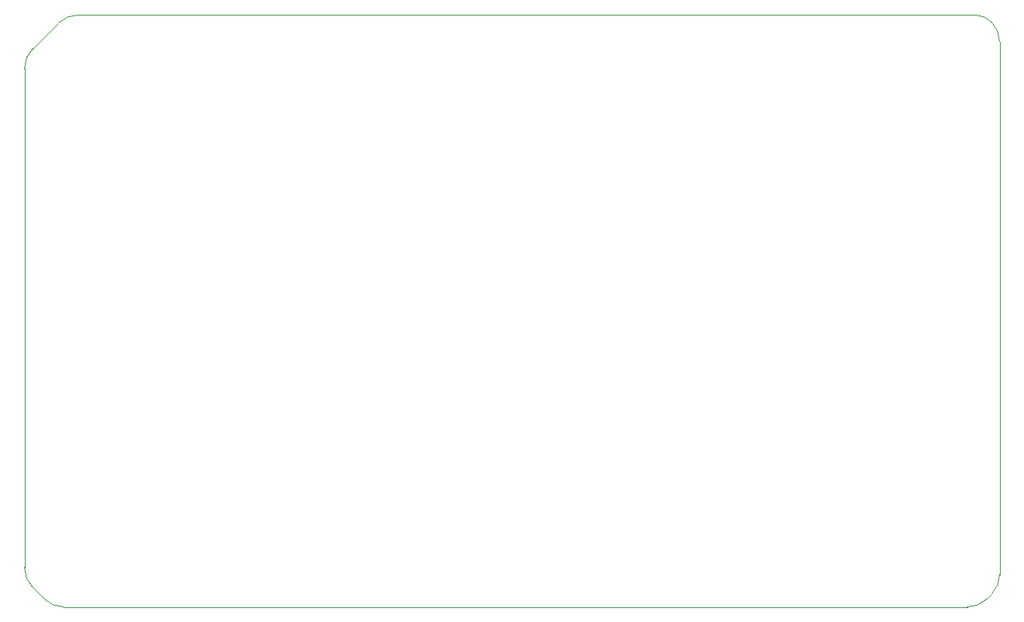
<source format=gbr>
G04*
G04 #@! TF.GenerationSoftware,Altium Limited,Altium Designer,24.10.1 (45)*
G04*
G04 Layer_Color=0*
%FSLAX44Y44*%
%MOMM*%
G71*
G04*
G04 #@! TF.SameCoordinates,6965692F-E9A8-49B1-8EC0-743354621B2D*
G04*
G04*
G04 #@! TF.FilePolarity,Positive*
G04*
G01*
G75*
%ADD39C,0.0254*%
D39*
X604520Y473710D02*
X617130Y461100D01*
D02*
G03*
X638810Y452120I21680J21680D01*
G01*
X1624330D01*
D02*
G03*
X1646010Y461100I0J30661D01*
G01*
X1650910Y466000D01*
D02*
G03*
X1659890Y487680I-21680J21680D01*
G01*
Y1069340D01*
D02*
G03*
X1650910Y1091020I-30661J0D01*
G01*
D02*
G03*
X1632731Y1098550I-18178J-18178D01*
G01*
X654050D01*
D02*
G03*
X632370Y1089570I0J-30661D01*
G01*
X604610Y1061810D01*
D02*
G03*
X595630Y1040130I21680J-21680D01*
G01*
Y495172D01*
D02*
G03*
X604520Y473710I30352J0D01*
G01*
M02*

</source>
